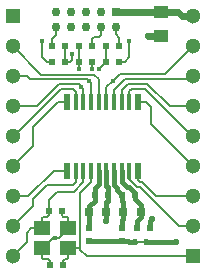
<source format=gtl>
G04 #@! TF.GenerationSoftware,KiCad,Pcbnew,5.0.1-33cea8e~68~ubuntu18.04.1*
G04 #@! TF.CreationDate,2018-11-09T11:59:04+01:00*
G04 #@! TF.ProjectId,LPC82X_JDH20,4C50433832585F4A444832302E6B6963,rev?*
G04 #@! TF.SameCoordinates,Original*
G04 #@! TF.FileFunction,Copper,L1,Top,Signal*
G04 #@! TF.FilePolarity,Positive*
%FSLAX46Y46*%
G04 Gerber Fmt 4.6, Leading zero omitted, Abs format (unit mm)*
G04 Created by KiCad (PCBNEW 5.0.1-33cea8e~68~ubuntu18.04.1) date vr 09 nov 2018 11:59:04 CET*
%MOMM*%
%LPD*%
G01*
G04 APERTURE LIST*
G04 #@! TA.AperFunction,EtchedComponent*
%ADD10C,0.200000*%
G04 #@! TD*
G04 #@! TA.AperFunction,SMDPad,CuDef*
%ADD11R,1.250000X1.000000*%
G04 #@! TD*
G04 #@! TA.AperFunction,SMDPad,CuDef*
%ADD12R,0.600000X0.500000*%
G04 #@! TD*
G04 #@! TA.AperFunction,SMDPad,CuDef*
%ADD13R,0.800000X0.750000*%
G04 #@! TD*
G04 #@! TA.AperFunction,SMDPad,CuDef*
%ADD14R,0.500000X0.600000*%
G04 #@! TD*
G04 #@! TA.AperFunction,ComponentPad*
%ADD15R,1.300000X1.300000*%
G04 #@! TD*
G04 #@! TA.AperFunction,ComponentPad*
%ADD16C,1.300000*%
G04 #@! TD*
G04 #@! TA.AperFunction,ComponentPad*
%ADD17R,0.750000X0.750000*%
G04 #@! TD*
G04 #@! TA.AperFunction,ComponentPad*
%ADD18C,0.750000*%
G04 #@! TD*
G04 #@! TA.AperFunction,SMDPad,CuDef*
%ADD19R,0.600000X0.600000*%
G04 #@! TD*
G04 #@! TA.AperFunction,SMDPad,CuDef*
%ADD20R,0.400000X0.600000*%
G04 #@! TD*
G04 #@! TA.AperFunction,SMDPad,CuDef*
%ADD21R,1.400000X1.200000*%
G04 #@! TD*
G04 #@! TA.AperFunction,SMDPad,CuDef*
%ADD22R,0.400000X1.350000*%
G04 #@! TD*
G04 #@! TA.AperFunction,SMDPad,CuDef*
%ADD23R,0.600000X1.350000*%
G04 #@! TD*
G04 #@! TA.AperFunction,ViaPad*
%ADD24C,0.550000*%
G04 #@! TD*
G04 #@! TA.AperFunction,ViaPad*
%ADD25C,0.381000*%
G04 #@! TD*
G04 #@! TA.AperFunction,Conductor*
%ADD26C,0.600000*%
G04 #@! TD*
G04 #@! TA.AperFunction,Conductor*
%ADD27C,0.200000*%
G04 #@! TD*
G04 #@! TA.AperFunction,Conductor*
%ADD28C,0.400000*%
G04 #@! TD*
G04 APERTURE END LIST*
D10*
G04 #@! TO.C,SJ1*
X138150000Y-110600000D02*
X137550000Y-110600000D01*
G04 #@! TD*
D11*
G04 #@! TO.P,C1,1*
G04 #@! TO.N,VSS*
X139600000Y-93100000D03*
G04 #@! TO.P,C1,2*
G04 #@! TO.N,VDD*
X139600000Y-91100000D03*
G04 #@! TD*
D12*
G04 #@! TO.P,C2,2*
G04 #@! TO.N,VSS*
X131150000Y-107950000D03*
G04 #@! TO.P,C2,1*
G04 #@! TO.N,/PIO0_9*
X130050000Y-107950000D03*
G04 #@! TD*
D13*
G04 #@! TO.P,C3,1*
G04 #@! TO.N,Net-(C3-Pad1)*
X133450000Y-108000000D03*
G04 #@! TO.P,C3,2*
G04 #@! TO.N,VSS*
X134950000Y-108000000D03*
G04 #@! TD*
G04 #@! TO.P,C4,2*
G04 #@! TO.N,Net-(C4-Pad2)*
X137850000Y-108000000D03*
G04 #@! TO.P,C4,1*
G04 #@! TO.N,Net-(C4-Pad1)*
X136350000Y-108000000D03*
G04 #@! TD*
D12*
G04 #@! TO.P,C5,1*
G04 #@! TO.N,/PIO0_8*
X131250000Y-112550000D03*
G04 #@! TO.P,C5,2*
G04 #@! TO.N,VSS*
X130150000Y-112550000D03*
G04 #@! TD*
G04 #@! TO.P,C6,2*
G04 #@! TO.N,VSS*
X135050000Y-106600000D03*
G04 #@! TO.P,C6,1*
G04 #@! TO.N,Net-(C3-Pad1)*
X133950000Y-106600000D03*
G04 #@! TD*
G04 #@! TO.P,C7,1*
G04 #@! TO.N,Net-(C4-Pad1)*
X136250000Y-106600000D03*
G04 #@! TO.P,C7,2*
G04 #@! TO.N,Net-(C4-Pad2)*
X137350000Y-106600000D03*
G04 #@! TD*
D14*
G04 #@! TO.P,FB1,1*
G04 #@! TO.N,Net-(C3-Pad1)*
X133450000Y-109350000D03*
G04 #@! TO.P,FB1,2*
G04 #@! TO.N,Net-(FB1-Pad2)*
X133450000Y-110450000D03*
G04 #@! TD*
G04 #@! TO.P,FB2,2*
G04 #@! TO.N,Net-(FB1-Pad2)*
X136300000Y-110450000D03*
G04 #@! TO.P,FB2,1*
G04 #@! TO.N,Net-(C4-Pad1)*
X136300000Y-109350000D03*
G04 #@! TD*
D12*
G04 #@! TO.P,FB3,1*
G04 #@! TO.N,Net-(C4-Pad2)*
X137500000Y-109350000D03*
G04 #@! TO.P,FB3,2*
G04 #@! TO.N,VSS*
X138600000Y-109350000D03*
G04 #@! TD*
D15*
G04 #@! TO.P,J1,1*
G04 #@! TO.N,VSS*
X127000000Y-91440000D03*
D16*
G04 #@! TO.P,J1,2*
G04 #@! TO.N,/PIO0_4*
X127000000Y-93980000D03*
G04 #@! TO.P,J1,3*
G04 #@! TO.N,/PIO0_3*
X127000000Y-96520000D03*
G04 #@! TO.P,J1,4*
G04 #@! TO.N,/PIO0_2*
X127000000Y-99060000D03*
G04 #@! TO.P,J1,5*
G04 #@! TO.N,/PIO0_11*
X127000000Y-101600000D03*
G04 #@! TO.P,J1,6*
G04 #@! TO.N,/PIO0_10*
X127000000Y-104140000D03*
G04 #@! TO.P,J1,7*
G04 #@! TO.N,/PIO0_15*
X127000000Y-106680000D03*
G04 #@! TO.P,J1,8*
G04 #@! TO.N,/PIO0_1*
X127000000Y-109220000D03*
G04 #@! TO.P,J1,9*
G04 #@! TO.N,/PIO0_9*
X127000000Y-111760000D03*
G04 #@! TD*
D17*
G04 #@! TO.P,J2,1*
G04 #@! TO.N,VDD*
X135740000Y-91065000D03*
D18*
G04 #@! TO.P,J2,2*
G04 #@! TO.N,Net-(J2-Pad2)*
X135740000Y-92335000D03*
G04 #@! TO.P,J2,3*
G04 #@! TO.N,VSS*
X134470000Y-91065000D03*
G04 #@! TO.P,J2,4*
G04 #@! TO.N,Net-(J2-Pad4)*
X134470000Y-92335000D03*
G04 #@! TO.P,J2,5*
G04 #@! TO.N,VSS*
X133200000Y-91065000D03*
G04 #@! TO.P,J2,6*
G04 #@! TO.N,N/C*
X133200000Y-92335000D03*
G04 #@! TO.P,J2,7*
X131930000Y-91065000D03*
G04 #@! TO.P,J2,8*
X131930000Y-92335000D03*
G04 #@! TO.P,J2,9*
G04 #@! TO.N,VSS*
X130660000Y-91065000D03*
G04 #@! TO.P,J2,10*
G04 #@! TO.N,Net-(J2-Pad10)*
X130660000Y-92335000D03*
G04 #@! TD*
D16*
G04 #@! TO.P,J3,9*
G04 #@! TO.N,VDD*
X142240000Y-91440000D03*
G04 #@! TO.P,J3,8*
G04 #@! TO.N,/RESET*
X142240000Y-93980000D03*
G04 #@! TO.P,J3,7*
G04 #@! TO.N,/PIO0_12*
X142240000Y-96520000D03*
G04 #@! TO.P,J3,6*
G04 #@! TO.N,/PIO0_13*
X142240000Y-99060000D03*
G04 #@! TO.P,J3,5*
G04 #@! TO.N,/PIO0_17*
X142240000Y-101600000D03*
G04 #@! TO.P,J3,4*
G04 #@! TO.N,/PIO0_23*
X142240000Y-104140000D03*
G04 #@! TO.P,J3,3*
G04 #@! TO.N,/PIO0_14*
X142240000Y-106680000D03*
G04 #@! TO.P,J3,2*
G04 #@! TO.N,/PIO0_0*
X142240000Y-109220000D03*
D15*
G04 #@! TO.P,J3,1*
G04 #@! TO.N,/PIO0_8*
X142240000Y-111760000D03*
G04 #@! TD*
D19*
G04 #@! TO.P,R1,2*
G04 #@! TO.N,/RESET*
X131450000Y-95300000D03*
G04 #@! TO.P,R1,1*
G04 #@! TO.N,VDD*
X130350000Y-95300000D03*
G04 #@! TD*
G04 #@! TO.P,R2,1*
G04 #@! TO.N,VDD*
X136050000Y-95300000D03*
G04 #@! TO.P,R2,2*
G04 #@! TO.N,/PIO0_2*
X134950000Y-95300000D03*
G04 #@! TD*
G04 #@! TO.P,R3,2*
G04 #@! TO.N,/PIO0_3*
X132650000Y-95300000D03*
G04 #@! TO.P,R3,1*
G04 #@! TO.N,VSS*
X133750000Y-95300000D03*
G04 #@! TD*
G04 #@! TO.P,R4,2*
G04 #@! TO.N,/PIO0_2*
X134950000Y-94000000D03*
G04 #@! TO.P,R4,1*
G04 #@! TO.N,Net-(J2-Pad2)*
X136050000Y-94000000D03*
G04 #@! TD*
G04 #@! TO.P,R5,1*
G04 #@! TO.N,Net-(J2-Pad4)*
X133750000Y-94000000D03*
G04 #@! TO.P,R5,2*
G04 #@! TO.N,/PIO0_3*
X132650000Y-94000000D03*
G04 #@! TD*
G04 #@! TO.P,R6,1*
G04 #@! TO.N,Net-(J2-Pad10)*
X130350000Y-94000000D03*
G04 #@! TO.P,R6,2*
G04 #@! TO.N,/RESET*
X131450000Y-94000000D03*
G04 #@! TD*
D20*
G04 #@! TO.P,SJ1,1*
G04 #@! TO.N,VDD*
X138300000Y-110600000D03*
G04 #@! TO.P,SJ1,2*
G04 #@! TO.N,Net-(FB1-Pad2)*
X137400000Y-110600000D03*
G04 #@! TD*
D21*
G04 #@! TO.P,Y1,1*
G04 #@! TO.N,/PIO0_9*
X129500000Y-109400000D03*
G04 #@! TO.P,Y1,2*
G04 #@! TO.N,VSS*
X131700000Y-109400000D03*
G04 #@! TO.P,Y1,3*
G04 #@! TO.N,/PIO0_8*
X131700000Y-111100000D03*
G04 #@! TO.P,Y1,4*
G04 #@! TO.N,VSS*
X129500000Y-111100000D03*
G04 #@! TD*
D22*
G04 #@! TO.P,U1,15*
G04 #@! TO.N,Net-(C3-Pad1)*
X134295000Y-104525000D03*
G04 #@! TO.P,U1,16*
G04 #@! TO.N,VSS*
X134945000Y-104525000D03*
G04 #@! TO.P,U1,17*
G04 #@! TO.N,Net-(C4-Pad1)*
X135595000Y-104525000D03*
G04 #@! TO.P,U1,18*
G04 #@! TO.N,Net-(C4-Pad2)*
X136245000Y-104525000D03*
G04 #@! TO.P,U1,19*
G04 #@! TO.N,/PIO0_0*
X136895000Y-104525000D03*
D23*
G04 #@! TO.P,U1,20*
G04 #@! TO.N,/PIO0_14*
X137645000Y-104525000D03*
D22*
G04 #@! TO.P,U1,14*
G04 #@! TO.N,/PIO0_8*
X133645000Y-104525000D03*
G04 #@! TO.P,U1,13*
G04 #@! TO.N,/PIO0_9*
X132995000Y-104525000D03*
G04 #@! TO.P,U1,12*
G04 #@! TO.N,/PIO0_1*
X132345000Y-104525000D03*
D23*
G04 #@! TO.P,U1,11*
G04 #@! TO.N,/PIO0_15*
X131595000Y-104525000D03*
D22*
G04 #@! TO.P,U1,5*
G04 #@! TO.N,/RESET*
X134945000Y-98675000D03*
G04 #@! TO.P,U1,4*
G04 #@! TO.N,/PIO0_12*
X135595000Y-98675000D03*
G04 #@! TO.P,U1,3*
G04 #@! TO.N,/PIO0_13*
X136245000Y-98675000D03*
G04 #@! TO.P,U1,2*
G04 #@! TO.N,/PIO0_17*
X136895000Y-98675000D03*
D23*
G04 #@! TO.P,U1,1*
G04 #@! TO.N,/PIO0_23*
X137645000Y-98675000D03*
D22*
G04 #@! TO.P,U1,6*
G04 #@! TO.N,/PIO0_4*
X134295000Y-98675000D03*
G04 #@! TO.P,U1,7*
G04 #@! TO.N,/PIO0_3*
X133645000Y-98675000D03*
G04 #@! TO.P,U1,8*
G04 #@! TO.N,/PIO0_2*
X132995000Y-98675000D03*
G04 #@! TO.P,U1,9*
G04 #@! TO.N,/PIO0_11*
X132345000Y-98675000D03*
D23*
G04 #@! TO.P,U1,10*
G04 #@! TO.N,/PIO0_10*
X131595000Y-98675000D03*
G04 #@! TD*
D24*
G04 #@! TO.N,VSS*
X138500000Y-93100000D03*
D25*
X133750000Y-95950000D03*
X130600000Y-110200000D03*
D24*
X134950000Y-108750000D03*
X138800000Y-108600000D03*
G04 #@! TO.N,VDD*
X140850000Y-110600000D03*
X137900000Y-91100000D03*
D25*
X129500000Y-93550000D03*
X136900000Y-93550000D03*
G04 #@! TO.N,/PIO0_3*
X132650000Y-95950000D03*
X133500000Y-96900000D03*
G04 #@! TO.N,/PIO0_2*
X134350000Y-95950000D03*
X132800000Y-97400000D03*
G04 #@! TO.N,/RESET*
X132050000Y-94650000D03*
X135500000Y-96900000D03*
G04 #@! TD*
D26*
G04 #@! TO.N,VSS*
X139600000Y-93100000D02*
X138500000Y-93100000D01*
D27*
X133750000Y-95300000D02*
X133750000Y-95950000D01*
X131150000Y-107950000D02*
X131150000Y-108300000D01*
X131150000Y-108300000D02*
X131300000Y-108450000D01*
X131300000Y-108450000D02*
X131600000Y-108450000D01*
X131700000Y-108550000D02*
X131700000Y-109400000D01*
X131600000Y-108450000D02*
X131700000Y-108550000D01*
X130900000Y-110200000D02*
X131700000Y-109400000D01*
X130600000Y-110200000D02*
X130900000Y-110200000D01*
X130400000Y-110200000D02*
X129500000Y-111100000D01*
X130600000Y-110200000D02*
X130400000Y-110200000D01*
X130150000Y-112550000D02*
X130150000Y-112150000D01*
X130150000Y-112150000D02*
X130000000Y-112000000D01*
X130000000Y-112000000D02*
X129600000Y-112000000D01*
X129500000Y-111900000D02*
X129500000Y-111100000D01*
X129600000Y-112000000D02*
X129500000Y-111900000D01*
D28*
X134945000Y-104525000D02*
X134945000Y-105795000D01*
X135050000Y-105900000D02*
X135050000Y-106600000D01*
X134945000Y-105795000D02*
X135050000Y-105900000D01*
X135050000Y-106600000D02*
X135050000Y-107050000D01*
X134950000Y-107150000D02*
X134950000Y-108000000D01*
X135050000Y-107050000D02*
X134950000Y-107150000D01*
X134950000Y-108000000D02*
X134950000Y-108750000D01*
X138600000Y-109350000D02*
X138600000Y-108800000D01*
X138600000Y-108800000D02*
X138800000Y-108600000D01*
D26*
G04 #@! TO.N,VDD*
X142240000Y-91440000D02*
X141340000Y-91440000D01*
X141000000Y-91100000D02*
X139600000Y-91100000D01*
X141340000Y-91440000D02*
X141000000Y-91100000D01*
X135740000Y-91065000D02*
X136365000Y-91065000D01*
X136365000Y-91065000D02*
X136400000Y-91100000D01*
D28*
X138300000Y-110600000D02*
X139600000Y-110600000D01*
X139600000Y-110600000D02*
X140850000Y-110600000D01*
D26*
X136400000Y-91100000D02*
X137900000Y-91100000D01*
X137900000Y-91100000D02*
X139600000Y-91100000D01*
D27*
X130350000Y-95300000D02*
X129900000Y-95300000D01*
X129900000Y-95300000D02*
X129500000Y-94900000D01*
X129500000Y-94900000D02*
X129500000Y-93550000D01*
X136050000Y-95300000D02*
X136500000Y-95300000D01*
X136500000Y-95300000D02*
X136900000Y-94900000D01*
X136900000Y-94900000D02*
X136900000Y-93550000D01*
G04 #@! TO.N,/PIO0_9*
X129600000Y-108450000D02*
X129500000Y-108550000D01*
X129900000Y-108450000D02*
X129600000Y-108450000D01*
X129500000Y-108550000D02*
X129500000Y-109400000D01*
X130050000Y-107950000D02*
X130050000Y-108300000D01*
X130050000Y-108300000D02*
X129900000Y-108450000D01*
X130050000Y-107000000D02*
X130050000Y-107950000D01*
X130750000Y-106300000D02*
X130050000Y-107000000D01*
X132200000Y-106300000D02*
X130750000Y-106300000D01*
X132995000Y-104525000D02*
X132995000Y-105505000D01*
X132995000Y-105505000D02*
X132200000Y-106300000D01*
X129500000Y-109400000D02*
X128600000Y-109400000D01*
X128600000Y-109400000D02*
X128200000Y-109800000D01*
X128200000Y-110560000D02*
X127000000Y-111760000D01*
X128200000Y-109800000D02*
X128200000Y-110560000D01*
D28*
G04 #@! TO.N,Net-(C3-Pad1)*
X134295000Y-104525000D02*
X134295000Y-105645000D01*
X133950000Y-105990000D02*
X133950000Y-106600000D01*
X134295000Y-105645000D02*
X133950000Y-105990000D01*
X133950000Y-106600000D02*
X133950000Y-107050000D01*
X133450000Y-107550000D02*
X133450000Y-108000000D01*
X133950000Y-107050000D02*
X133450000Y-107550000D01*
X133450000Y-109350000D02*
X133450000Y-108000000D01*
G04 #@! TO.N,Net-(C4-Pad2)*
X136245000Y-104525000D02*
X136245000Y-105495000D01*
X136245000Y-105495000D02*
X136650000Y-105900000D01*
X136650000Y-105900000D02*
X136850000Y-105900000D01*
X137350000Y-106400000D02*
X137350000Y-106600000D01*
X136850000Y-105900000D02*
X137350000Y-106400000D01*
X137350000Y-106600000D02*
X137350000Y-106950000D01*
X137850000Y-107450000D02*
X137850000Y-108000000D01*
X137350000Y-106950000D02*
X137850000Y-107450000D01*
X137850000Y-108000000D02*
X137850000Y-108450000D01*
X137500000Y-108800000D02*
X137500000Y-109350000D01*
X137850000Y-108450000D02*
X137500000Y-108800000D01*
G04 #@! TO.N,Net-(C4-Pad1)*
X135595000Y-104525000D02*
X135595000Y-105695000D01*
X135595000Y-105695000D02*
X135850000Y-105950000D01*
X135850000Y-106200000D02*
X136250000Y-106600000D01*
X135850000Y-105950000D02*
X135850000Y-106200000D01*
X136250000Y-106600000D02*
X136250000Y-107100000D01*
X136350000Y-107200000D02*
X136350000Y-108000000D01*
X136250000Y-107100000D02*
X136350000Y-107200000D01*
X136350000Y-108000000D02*
X136350000Y-108650000D01*
X136300000Y-108700000D02*
X136300000Y-109350000D01*
X136350000Y-108650000D02*
X136300000Y-108700000D01*
D27*
G04 #@! TO.N,/PIO0_8*
X133645000Y-104525000D02*
X133645000Y-105505000D01*
X133645000Y-105505000D02*
X132700000Y-106450000D01*
X132650000Y-111100000D02*
X132700000Y-111150000D01*
X131700000Y-111100000D02*
X132650000Y-111100000D01*
X132700000Y-106450000D02*
X132700000Y-111150000D01*
X131250000Y-112550000D02*
X131250000Y-112150000D01*
X131250000Y-112150000D02*
X131400000Y-112000000D01*
X131400000Y-112000000D02*
X131600000Y-112000000D01*
X131700000Y-111900000D02*
X131700000Y-111100000D01*
X131600000Y-112000000D02*
X131700000Y-111900000D01*
X132700000Y-111200000D02*
X132700000Y-111150000D01*
X142240000Y-111760000D02*
X133260000Y-111760000D01*
X133260000Y-111760000D02*
X132700000Y-111200000D01*
D28*
G04 #@! TO.N,Net-(FB1-Pad2)*
X133450000Y-110450000D02*
X136300000Y-110450000D01*
X136300000Y-110450000D02*
X136750000Y-110450000D01*
X136900000Y-110600000D02*
X137400000Y-110600000D01*
X136750000Y-110450000D02*
X136900000Y-110600000D01*
D27*
G04 #@! TO.N,/PIO0_4*
X134295000Y-98675000D02*
X134295000Y-96795000D01*
X134295000Y-96795000D02*
X133900000Y-96400000D01*
X129420000Y-96400000D02*
X127000000Y-93980000D01*
X133900000Y-96400000D02*
X129420000Y-96400000D01*
G04 #@! TO.N,/PIO0_3*
X132650000Y-94000000D02*
X132650000Y-95300000D01*
X132650000Y-95300000D02*
X132650000Y-95950000D01*
X128500000Y-96800000D02*
X128220000Y-96520000D01*
X133400000Y-96800000D02*
X128500000Y-96800000D01*
X133500000Y-96900000D02*
X133400000Y-96800000D01*
X128220000Y-96520000D02*
X127000000Y-96520000D01*
X133645000Y-97045000D02*
X133645000Y-98675000D01*
X133500000Y-96900000D02*
X133645000Y-97045000D01*
G04 #@! TO.N,/PIO0_2*
X134950000Y-94000000D02*
X134950000Y-95300000D01*
X132995000Y-98675000D02*
X132995000Y-97595000D01*
X132600000Y-97200000D02*
X130900000Y-97200000D01*
X129040000Y-99060000D02*
X127000000Y-99060000D01*
X130900000Y-97200000D02*
X129040000Y-99060000D01*
X134950000Y-95300000D02*
X134950000Y-95350000D01*
X134950000Y-95350000D02*
X134350000Y-95950000D01*
X132995000Y-97595000D02*
X132800000Y-97400000D01*
X132800000Y-97400000D02*
X132600000Y-97200000D01*
G04 #@! TO.N,/PIO0_11*
X132345000Y-98675000D02*
X132345000Y-97845000D01*
X132345000Y-97845000D02*
X132100000Y-97600000D01*
X132100000Y-97600000D02*
X131100000Y-97600000D01*
X127100000Y-101600000D02*
X127000000Y-101600000D01*
X131100000Y-97600000D02*
X127100000Y-101600000D01*
G04 #@! TO.N,/PIO0_10*
X131595000Y-98675000D02*
X130825000Y-98675000D01*
X130825000Y-98675000D02*
X128700000Y-100800000D01*
X128700000Y-102440000D02*
X127000000Y-104140000D01*
X128700000Y-100800000D02*
X128700000Y-102440000D01*
G04 #@! TO.N,/PIO0_15*
X128320000Y-106680000D02*
X127000000Y-106680000D01*
X130475000Y-104525000D02*
X128320000Y-106680000D01*
X130475000Y-104525000D02*
X131595000Y-104525000D01*
G04 #@! TO.N,/PIO0_1*
X132345000Y-104525000D02*
X132345000Y-105455000D01*
X132345000Y-105455000D02*
X132100000Y-105700000D01*
X132100000Y-105700000D02*
X129900000Y-105700000D01*
X129900000Y-105700000D02*
X128700000Y-106900000D01*
X128700000Y-107520000D02*
X127000000Y-109220000D01*
X128700000Y-106900000D02*
X128700000Y-107520000D01*
G04 #@! TO.N,Net-(J2-Pad2)*
X135740000Y-92335000D02*
X135740000Y-92940000D01*
X136050000Y-93250000D02*
X136050000Y-94000000D01*
X135740000Y-92940000D02*
X136050000Y-93250000D01*
G04 #@! TO.N,Net-(J2-Pad4)*
X134470000Y-92335000D02*
X134470000Y-93030000D01*
X134470000Y-93030000D02*
X134300000Y-93200000D01*
X134300000Y-93200000D02*
X133900000Y-93200000D01*
X133750000Y-93350000D02*
X133750000Y-94000000D01*
X133900000Y-93200000D02*
X133750000Y-93350000D01*
G04 #@! TO.N,Net-(J2-Pad10)*
X130660000Y-92335000D02*
X130660000Y-93040000D01*
X130350000Y-93350000D02*
X130350000Y-94000000D01*
X130660000Y-93040000D02*
X130350000Y-93350000D01*
G04 #@! TO.N,/RESET*
X131450000Y-94000000D02*
X131450000Y-95300000D01*
X134945000Y-98675000D02*
X134945000Y-97455000D01*
X139920000Y-96300000D02*
X142240000Y-93980000D01*
X136100000Y-96300000D02*
X139920000Y-96300000D01*
X131450000Y-95300000D02*
X131900000Y-95300000D01*
X131900000Y-95300000D02*
X132050000Y-95150000D01*
X132050000Y-95150000D02*
X132050000Y-94650000D01*
X134945000Y-97455000D02*
X135500000Y-96900000D01*
X135500000Y-96900000D02*
X136100000Y-96300000D01*
G04 #@! TO.N,/PIO0_12*
X135595000Y-98675000D02*
X135595000Y-97705000D01*
X135595000Y-97705000D02*
X136550000Y-96750000D01*
X142010000Y-96750000D02*
X142240000Y-96520000D01*
X136550000Y-96750000D02*
X142010000Y-96750000D01*
G04 #@! TO.N,/PIO0_13*
X136245000Y-98675000D02*
X136245000Y-97655000D01*
X136245000Y-97655000D02*
X136750000Y-97150000D01*
X136750000Y-97150000D02*
X138400000Y-97150000D01*
X140310000Y-99060000D02*
X142240000Y-99060000D01*
X138400000Y-97150000D02*
X140310000Y-99060000D01*
G04 #@! TO.N,/PIO0_17*
X142200000Y-101600000D02*
X142240000Y-101600000D01*
X138200000Y-97600000D02*
X142200000Y-101600000D01*
X136895000Y-98675000D02*
X136895000Y-97805000D01*
X137100000Y-97600000D02*
X138200000Y-97600000D01*
X136895000Y-97805000D02*
X137100000Y-97600000D01*
G04 #@! TO.N,/PIO0_23*
X138700000Y-100600000D02*
X142240000Y-104140000D01*
X138700000Y-99100000D02*
X138700000Y-100600000D01*
X137645000Y-98675000D02*
X138275000Y-98675000D01*
X138275000Y-98675000D02*
X138700000Y-99100000D01*
G04 #@! TO.N,/PIO0_14*
X137645000Y-104525000D02*
X137645000Y-105345000D01*
X137645000Y-105345000D02*
X137800000Y-105500000D01*
X137800000Y-105500000D02*
X138000000Y-105500000D01*
X139180000Y-106680000D02*
X142240000Y-106680000D01*
X138000000Y-105500000D02*
X139180000Y-106680000D01*
G04 #@! TO.N,/PIO0_0*
X136895000Y-104525000D02*
X136895000Y-105245000D01*
X136895000Y-105245000D02*
X137550000Y-105900000D01*
X137550000Y-105900000D02*
X137800000Y-105900000D01*
X141120000Y-109220000D02*
X142240000Y-109220000D01*
X137800000Y-105900000D02*
X141120000Y-109220000D01*
G04 #@! TD*
M02*

</source>
